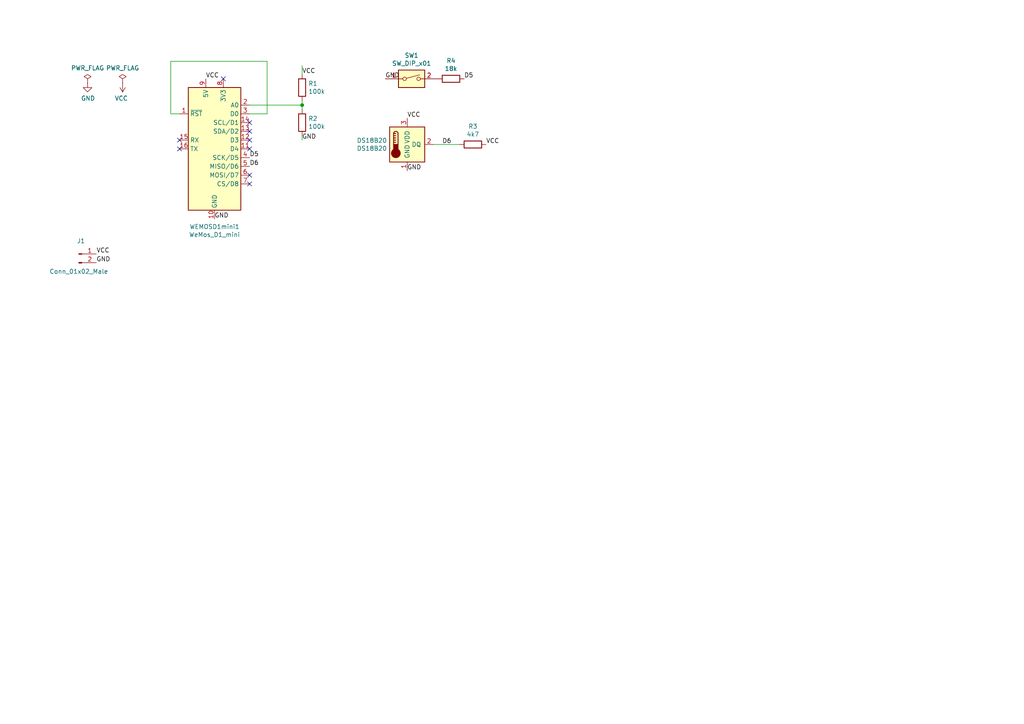
<source format=kicad_sch>
(kicad_sch (version 20211123) (generator eeschema)

  (uuid cf098b4e-0a1f-46ea-99fb-897f3533cf5d)

  (paper "A4")

  (title_block
    (title "MQTemp temperature sensor")
    (date "2022-08-11")
    (rev "2.0")
    (company "Mark")
    (comment 1 "Also measures input voltage (dividing it by 2 first)")
    (comment 2 "Reads onewire DS18B20 temperature sensor")
  )

  (lib_symbols
    (symbol "Connector:Conn_01x02_Male" (pin_names (offset 1.016) hide) (in_bom yes) (on_board yes)
      (property "Reference" "J" (id 0) (at 0 2.54 0)
        (effects (font (size 1.27 1.27)))
      )
      (property "Value" "Conn_01x02_Male" (id 1) (at 0 -5.08 0)
        (effects (font (size 1.27 1.27)))
      )
      (property "Footprint" "" (id 2) (at 0 0 0)
        (effects (font (size 1.27 1.27)) hide)
      )
      (property "Datasheet" "~" (id 3) (at 0 0 0)
        (effects (font (size 1.27 1.27)) hide)
      )
      (property "ki_keywords" "connector" (id 4) (at 0 0 0)
        (effects (font (size 1.27 1.27)) hide)
      )
      (property "ki_description" "Generic connector, single row, 01x02, script generated (kicad-library-utils/schlib/autogen/connector/)" (id 5) (at 0 0 0)
        (effects (font (size 1.27 1.27)) hide)
      )
      (property "ki_fp_filters" "Connector*:*_1x??_*" (id 6) (at 0 0 0)
        (effects (font (size 1.27 1.27)) hide)
      )
      (symbol "Conn_01x02_Male_1_1"
        (polyline
          (pts
            (xy 1.27 -2.54)
            (xy 0.8636 -2.54)
          )
          (stroke (width 0.1524) (type default) (color 0 0 0 0))
          (fill (type none))
        )
        (polyline
          (pts
            (xy 1.27 0)
            (xy 0.8636 0)
          )
          (stroke (width 0.1524) (type default) (color 0 0 0 0))
          (fill (type none))
        )
        (rectangle (start 0.8636 -2.413) (end 0 -2.667)
          (stroke (width 0.1524) (type default) (color 0 0 0 0))
          (fill (type outline))
        )
        (rectangle (start 0.8636 0.127) (end 0 -0.127)
          (stroke (width 0.1524) (type default) (color 0 0 0 0))
          (fill (type outline))
        )
        (pin passive line (at 5.08 0 180) (length 3.81)
          (name "Pin_1" (effects (font (size 1.27 1.27))))
          (number "1" (effects (font (size 1.27 1.27))))
        )
        (pin passive line (at 5.08 -2.54 180) (length 3.81)
          (name "Pin_2" (effects (font (size 1.27 1.27))))
          (number "2" (effects (font (size 1.27 1.27))))
        )
      )
    )
    (symbol "Device:R" (pin_numbers hide) (pin_names (offset 0)) (in_bom yes) (on_board yes)
      (property "Reference" "R" (id 0) (at 2.032 0 90)
        (effects (font (size 1.27 1.27)))
      )
      (property "Value" "R" (id 1) (at 0 0 90)
        (effects (font (size 1.27 1.27)))
      )
      (property "Footprint" "" (id 2) (at -1.778 0 90)
        (effects (font (size 1.27 1.27)) hide)
      )
      (property "Datasheet" "~" (id 3) (at 0 0 0)
        (effects (font (size 1.27 1.27)) hide)
      )
      (property "ki_keywords" "R res resistor" (id 4) (at 0 0 0)
        (effects (font (size 1.27 1.27)) hide)
      )
      (property "ki_description" "Resistor" (id 5) (at 0 0 0)
        (effects (font (size 1.27 1.27)) hide)
      )
      (property "ki_fp_filters" "R_*" (id 6) (at 0 0 0)
        (effects (font (size 1.27 1.27)) hide)
      )
      (symbol "R_0_1"
        (rectangle (start -1.016 -2.54) (end 1.016 2.54)
          (stroke (width 0.254) (type default) (color 0 0 0 0))
          (fill (type none))
        )
      )
      (symbol "R_1_1"
        (pin passive line (at 0 3.81 270) (length 1.27)
          (name "~" (effects (font (size 1.27 1.27))))
          (number "1" (effects (font (size 1.27 1.27))))
        )
        (pin passive line (at 0 -3.81 90) (length 1.27)
          (name "~" (effects (font (size 1.27 1.27))))
          (number "2" (effects (font (size 1.27 1.27))))
        )
      )
    )
    (symbol "MCU_Module:WeMos_D1_mini" (in_bom yes) (on_board yes)
      (property "Reference" "U" (id 0) (at 3.81 19.05 0)
        (effects (font (size 1.27 1.27)) (justify left))
      )
      (property "Value" "WeMos_D1_mini" (id 1) (at 1.27 -19.05 0)
        (effects (font (size 1.27 1.27)) (justify left))
      )
      (property "Footprint" "Module:WEMOS_D1_mini_light" (id 2) (at 0 -29.21 0)
        (effects (font (size 1.27 1.27)) hide)
      )
      (property "Datasheet" "https://wiki.wemos.cc/products:d1:d1_mini#documentation" (id 3) (at -46.99 -29.21 0)
        (effects (font (size 1.27 1.27)) hide)
      )
      (property "ki_keywords" "ESP8266 WiFi microcontroller ESP8266EX" (id 4) (at 0 0 0)
        (effects (font (size 1.27 1.27)) hide)
      )
      (property "ki_description" "32-bit microcontroller module with WiFi" (id 5) (at 0 0 0)
        (effects (font (size 1.27 1.27)) hide)
      )
      (property "ki_fp_filters" "WEMOS*D1*mini*" (id 6) (at 0 0 0)
        (effects (font (size 1.27 1.27)) hide)
      )
      (symbol "WeMos_D1_mini_1_1"
        (rectangle (start -7.62 17.78) (end 7.62 -17.78)
          (stroke (width 0.254) (type default) (color 0 0 0 0))
          (fill (type background))
        )
        (pin input line (at -10.16 10.16 0) (length 2.54)
          (name "~{RST}" (effects (font (size 1.27 1.27))))
          (number "1" (effects (font (size 1.27 1.27))))
        )
        (pin power_in line (at 0 -20.32 90) (length 2.54)
          (name "GND" (effects (font (size 1.27 1.27))))
          (number "10" (effects (font (size 1.27 1.27))))
        )
        (pin bidirectional line (at 10.16 0 180) (length 2.54)
          (name "D4" (effects (font (size 1.27 1.27))))
          (number "11" (effects (font (size 1.27 1.27))))
        )
        (pin bidirectional line (at 10.16 2.54 180) (length 2.54)
          (name "D3" (effects (font (size 1.27 1.27))))
          (number "12" (effects (font (size 1.27 1.27))))
        )
        (pin bidirectional line (at 10.16 5.08 180) (length 2.54)
          (name "SDA/D2" (effects (font (size 1.27 1.27))))
          (number "13" (effects (font (size 1.27 1.27))))
        )
        (pin bidirectional line (at 10.16 7.62 180) (length 2.54)
          (name "SCL/D1" (effects (font (size 1.27 1.27))))
          (number "14" (effects (font (size 1.27 1.27))))
        )
        (pin input line (at -10.16 2.54 0) (length 2.54)
          (name "RX" (effects (font (size 1.27 1.27))))
          (number "15" (effects (font (size 1.27 1.27))))
        )
        (pin output line (at -10.16 0 0) (length 2.54)
          (name "TX" (effects (font (size 1.27 1.27))))
          (number "16" (effects (font (size 1.27 1.27))))
        )
        (pin input line (at 10.16 12.7 180) (length 2.54)
          (name "A0" (effects (font (size 1.27 1.27))))
          (number "2" (effects (font (size 1.27 1.27))))
        )
        (pin bidirectional line (at 10.16 10.16 180) (length 2.54)
          (name "D0" (effects (font (size 1.27 1.27))))
          (number "3" (effects (font (size 1.27 1.27))))
        )
        (pin bidirectional line (at 10.16 -2.54 180) (length 2.54)
          (name "SCK/D5" (effects (font (size 1.27 1.27))))
          (number "4" (effects (font (size 1.27 1.27))))
        )
        (pin bidirectional line (at 10.16 -5.08 180) (length 2.54)
          (name "MISO/D6" (effects (font (size 1.27 1.27))))
          (number "5" (effects (font (size 1.27 1.27))))
        )
        (pin bidirectional line (at 10.16 -7.62 180) (length 2.54)
          (name "MOSI/D7" (effects (font (size 1.27 1.27))))
          (number "6" (effects (font (size 1.27 1.27))))
        )
        (pin bidirectional line (at 10.16 -10.16 180) (length 2.54)
          (name "CS/D8" (effects (font (size 1.27 1.27))))
          (number "7" (effects (font (size 1.27 1.27))))
        )
        (pin power_out line (at 2.54 20.32 270) (length 2.54)
          (name "3V3" (effects (font (size 1.27 1.27))))
          (number "8" (effects (font (size 1.27 1.27))))
        )
        (pin power_in line (at -2.54 20.32 270) (length 2.54)
          (name "5V" (effects (font (size 1.27 1.27))))
          (number "9" (effects (font (size 1.27 1.27))))
        )
      )
    )
    (symbol "Sensor_Temperature:DS18B20" (pin_names (offset 1.016)) (in_bom yes) (on_board yes)
      (property "Reference" "U" (id 0) (at -3.81 6.35 0)
        (effects (font (size 1.27 1.27)))
      )
      (property "Value" "DS18B20" (id 1) (at 6.35 6.35 0)
        (effects (font (size 1.27 1.27)))
      )
      (property "Footprint" "Package_TO_SOT_THT:TO-92_Inline" (id 2) (at -25.4 -6.35 0)
        (effects (font (size 1.27 1.27)) hide)
      )
      (property "Datasheet" "http://datasheets.maximintegrated.com/en/ds/DS18B20.pdf" (id 3) (at -3.81 6.35 0)
        (effects (font (size 1.27 1.27)) hide)
      )
      (property "ki_keywords" "OneWire 1Wire Dallas Maxim" (id 4) (at 0 0 0)
        (effects (font (size 1.27 1.27)) hide)
      )
      (property "ki_description" "Programmable Resolution 1-Wire Digital Thermometer TO-92" (id 5) (at 0 0 0)
        (effects (font (size 1.27 1.27)) hide)
      )
      (property "ki_fp_filters" "TO*92*" (id 6) (at 0 0 0)
        (effects (font (size 1.27 1.27)) hide)
      )
      (symbol "DS18B20_0_1"
        (rectangle (start -5.08 5.08) (end 5.08 -5.08)
          (stroke (width 0.254) (type default) (color 0 0 0 0))
          (fill (type background))
        )
        (circle (center -3.302 -2.54) (radius 1.27)
          (stroke (width 0.254) (type default) (color 0 0 0 0))
          (fill (type outline))
        )
        (rectangle (start -2.667 -1.905) (end -3.937 0)
          (stroke (width 0.254) (type default) (color 0 0 0 0))
          (fill (type outline))
        )
        (arc (start -2.667 3.175) (mid -3.302 3.81) (end -3.937 3.175)
          (stroke (width 0.254) (type default) (color 0 0 0 0))
          (fill (type none))
        )
        (polyline
          (pts
            (xy -3.937 0.635)
            (xy -3.302 0.635)
          )
          (stroke (width 0.254) (type default) (color 0 0 0 0))
          (fill (type none))
        )
        (polyline
          (pts
            (xy -3.937 1.27)
            (xy -3.302 1.27)
          )
          (stroke (width 0.254) (type default) (color 0 0 0 0))
          (fill (type none))
        )
        (polyline
          (pts
            (xy -3.937 1.905)
            (xy -3.302 1.905)
          )
          (stroke (width 0.254) (type default) (color 0 0 0 0))
          (fill (type none))
        )
        (polyline
          (pts
            (xy -3.937 2.54)
            (xy -3.302 2.54)
          )
          (stroke (width 0.254) (type default) (color 0 0 0 0))
          (fill (type none))
        )
        (polyline
          (pts
            (xy -3.937 3.175)
            (xy -3.937 0)
          )
          (stroke (width 0.254) (type default) (color 0 0 0 0))
          (fill (type none))
        )
        (polyline
          (pts
            (xy -3.937 3.175)
            (xy -3.302 3.175)
          )
          (stroke (width 0.254) (type default) (color 0 0 0 0))
          (fill (type none))
        )
        (polyline
          (pts
            (xy -2.667 3.175)
            (xy -2.667 0)
          )
          (stroke (width 0.254) (type default) (color 0 0 0 0))
          (fill (type none))
        )
      )
      (symbol "DS18B20_1_1"
        (pin power_in line (at 0 -7.62 90) (length 2.54)
          (name "GND" (effects (font (size 1.27 1.27))))
          (number "1" (effects (font (size 1.27 1.27))))
        )
        (pin bidirectional line (at 7.62 0 180) (length 2.54)
          (name "DQ" (effects (font (size 1.27 1.27))))
          (number "2" (effects (font (size 1.27 1.27))))
        )
        (pin power_in line (at 0 7.62 270) (length 2.54)
          (name "VDD" (effects (font (size 1.27 1.27))))
          (number "3" (effects (font (size 1.27 1.27))))
        )
      )
    )
    (symbol "Switch:SW_DIP_x01" (pin_names (offset 0) hide) (in_bom yes) (on_board yes)
      (property "Reference" "SW" (id 0) (at 0 3.81 0)
        (effects (font (size 1.27 1.27)))
      )
      (property "Value" "SW_DIP_x01" (id 1) (at 0 -3.81 0)
        (effects (font (size 1.27 1.27)))
      )
      (property "Footprint" "" (id 2) (at 0 0 0)
        (effects (font (size 1.27 1.27)) hide)
      )
      (property "Datasheet" "~" (id 3) (at 0 0 0)
        (effects (font (size 1.27 1.27)) hide)
      )
      (property "ki_keywords" "dip switch" (id 4) (at 0 0 0)
        (effects (font (size 1.27 1.27)) hide)
      )
      (property "ki_description" "1x DIP Switch, Single Pole Single Throw (SPST) switch, small symbol" (id 5) (at 0 0 0)
        (effects (font (size 1.27 1.27)) hide)
      )
      (property "ki_fp_filters" "SW?DIP?x1*" (id 6) (at 0 0 0)
        (effects (font (size 1.27 1.27)) hide)
      )
      (symbol "SW_DIP_x01_0_0"
        (circle (center -2.032 0) (radius 0.508)
          (stroke (width 0) (type default) (color 0 0 0 0))
          (fill (type none))
        )
        (polyline
          (pts
            (xy -1.524 0.127)
            (xy 2.3622 1.1684)
          )
          (stroke (width 0) (type default) (color 0 0 0 0))
          (fill (type none))
        )
        (circle (center 2.032 0) (radius 0.508)
          (stroke (width 0) (type default) (color 0 0 0 0))
          (fill (type none))
        )
      )
      (symbol "SW_DIP_x01_0_1"
        (rectangle (start -3.81 2.54) (end 3.81 -2.54)
          (stroke (width 0.254) (type default) (color 0 0 0 0))
          (fill (type background))
        )
      )
      (symbol "SW_DIP_x01_1_1"
        (pin passive line (at -7.62 0 0) (length 5.08)
          (name "~" (effects (font (size 1.27 1.27))))
          (number "1" (effects (font (size 1.27 1.27))))
        )
        (pin passive line (at 7.62 0 180) (length 5.08)
          (name "~" (effects (font (size 1.27 1.27))))
          (number "2" (effects (font (size 1.27 1.27))))
        )
      )
    )
    (symbol "power:GND" (power) (pin_names (offset 0)) (in_bom yes) (on_board yes)
      (property "Reference" "#PWR" (id 0) (at 0 -6.35 0)
        (effects (font (size 1.27 1.27)) hide)
      )
      (property "Value" "GND" (id 1) (at 0 -3.81 0)
        (effects (font (size 1.27 1.27)))
      )
      (property "Footprint" "" (id 2) (at 0 0 0)
        (effects (font (size 1.27 1.27)) hide)
      )
      (property "Datasheet" "" (id 3) (at 0 0 0)
        (effects (font (size 1.27 1.27)) hide)
      )
      (property "ki_keywords" "power-flag" (id 4) (at 0 0 0)
        (effects (font (size 1.27 1.27)) hide)
      )
      (property "ki_description" "Power symbol creates a global label with name \"GND\" , ground" (id 5) (at 0 0 0)
        (effects (font (size 1.27 1.27)) hide)
      )
      (symbol "GND_0_1"
        (polyline
          (pts
            (xy 0 0)
            (xy 0 -1.27)
            (xy 1.27 -1.27)
            (xy 0 -2.54)
            (xy -1.27 -1.27)
            (xy 0 -1.27)
          )
          (stroke (width 0) (type default) (color 0 0 0 0))
          (fill (type none))
        )
      )
      (symbol "GND_1_1"
        (pin power_in line (at 0 0 270) (length 0) hide
          (name "GND" (effects (font (size 1.27 1.27))))
          (number "1" (effects (font (size 1.27 1.27))))
        )
      )
    )
    (symbol "power:PWR_FLAG" (power) (pin_numbers hide) (pin_names (offset 0) hide) (in_bom yes) (on_board yes)
      (property "Reference" "#FLG" (id 0) (at 0 1.905 0)
        (effects (font (size 1.27 1.27)) hide)
      )
      (property "Value" "PWR_FLAG" (id 1) (at 0 3.81 0)
        (effects (font (size 1.27 1.27)))
      )
      (property "Footprint" "" (id 2) (at 0 0 0)
        (effects (font (size 1.27 1.27)) hide)
      )
      (property "Datasheet" "~" (id 3) (at 0 0 0)
        (effects (font (size 1.27 1.27)) hide)
      )
      (property "ki_keywords" "power-flag" (id 4) (at 0 0 0)
        (effects (font (size 1.27 1.27)) hide)
      )
      (property "ki_description" "Special symbol for telling ERC where power comes from" (id 5) (at 0 0 0)
        (effects (font (size 1.27 1.27)) hide)
      )
      (symbol "PWR_FLAG_0_0"
        (pin power_out line (at 0 0 90) (length 0)
          (name "pwr" (effects (font (size 1.27 1.27))))
          (number "1" (effects (font (size 1.27 1.27))))
        )
      )
      (symbol "PWR_FLAG_0_1"
        (polyline
          (pts
            (xy 0 0)
            (xy 0 1.27)
            (xy -1.016 1.905)
            (xy 0 2.54)
            (xy 1.016 1.905)
            (xy 0 1.27)
          )
          (stroke (width 0) (type default) (color 0 0 0 0))
          (fill (type none))
        )
      )
    )
    (symbol "power:VCC" (power) (pin_names (offset 0)) (in_bom yes) (on_board yes)
      (property "Reference" "#PWR" (id 0) (at 0 -3.81 0)
        (effects (font (size 1.27 1.27)) hide)
      )
      (property "Value" "VCC" (id 1) (at 0 3.81 0)
        (effects (font (size 1.27 1.27)))
      )
      (property "Footprint" "" (id 2) (at 0 0 0)
        (effects (font (size 1.27 1.27)) hide)
      )
      (property "Datasheet" "" (id 3) (at 0 0 0)
        (effects (font (size 1.27 1.27)) hide)
      )
      (property "ki_keywords" "power-flag" (id 4) (at 0 0 0)
        (effects (font (size 1.27 1.27)) hide)
      )
      (property "ki_description" "Power symbol creates a global label with name \"VCC\"" (id 5) (at 0 0 0)
        (effects (font (size 1.27 1.27)) hide)
      )
      (symbol "VCC_0_1"
        (polyline
          (pts
            (xy -0.762 1.27)
            (xy 0 2.54)
          )
          (stroke (width 0) (type default) (color 0 0 0 0))
          (fill (type none))
        )
        (polyline
          (pts
            (xy 0 0)
            (xy 0 2.54)
          )
          (stroke (width 0) (type default) (color 0 0 0 0))
          (fill (type none))
        )
        (polyline
          (pts
            (xy 0 2.54)
            (xy 0.762 1.27)
          )
          (stroke (width 0) (type default) (color 0 0 0 0))
          (fill (type none))
        )
      )
      (symbol "VCC_1_1"
        (pin power_in line (at 0 0 90) (length 0) hide
          (name "VCC" (effects (font (size 1.27 1.27))))
          (number "1" (effects (font (size 1.27 1.27))))
        )
      )
    )
  )

  (junction (at 87.63 30.48) (diameter 0) (color 0 0 0 0)
    (uuid e7554dcb-a04d-4cdf-81f2-a02df8e3802c)
  )

  (no_connect (at 72.39 53.34) (uuid 0a147bf0-e592-4d03-b977-cf9675e35edb))
  (no_connect (at 52.07 43.18) (uuid 1fbf0508-63aa-45b9-a31c-53db09dbf1b3))
  (no_connect (at 72.39 43.18) (uuid 3400845b-bf2d-4783-9f47-54210b187c55))
  (no_connect (at 72.39 35.56) (uuid 5d4b3362-19d0-4aac-9d4c-e2fc85ab86e4))
  (no_connect (at 72.39 38.1) (uuid 8905ccbe-8224-4a79-b20d-40d457b30fd0))
  (no_connect (at 52.07 40.64) (uuid bd5c9a09-ed2e-4900-8f6d-cc38f12ccc7d))
  (no_connect (at 64.77 22.86) (uuid bfa53ada-acc4-4d24-ac66-f61e05a510f6))
  (no_connect (at 72.39 50.8) (uuid c5e21687-57bc-4dad-98ae-b9336f17eb07))
  (no_connect (at 72.39 40.64) (uuid e44e6d29-b13b-48a5-a75d-d33822ff5892))

  (wire (pts (xy 72.39 30.48) (xy 87.63 30.48))
    (stroke (width 0) (type default) (color 0 0 0 0))
    (uuid 16fdd7c7-cfb6-4a9a-b3ee-167dbd2a061e)
  )
  (wire (pts (xy 87.63 30.48) (xy 87.63 31.75))
    (stroke (width 0) (type default) (color 0 0 0 0))
    (uuid 2674493b-0d83-414d-9ffb-60f1061095b0)
  )
  (wire (pts (xy 49.53 17.78) (xy 49.53 33.02))
    (stroke (width 0) (type default) (color 0 0 0 0))
    (uuid 503fcb1a-5889-4468-9c7d-002548de9488)
  )
  (wire (pts (xy 125.73 41.91) (xy 133.35 41.91))
    (stroke (width 0) (type default) (color 0 0 0 0))
    (uuid 57fd94a6-95b3-4723-ac2d-4708cd0fc2b3)
  )
  (wire (pts (xy 49.53 33.02) (xy 52.07 33.02))
    (stroke (width 0) (type default) (color 0 0 0 0))
    (uuid 6dbb2136-3a60-4f95-a0d5-cad8207c2a12)
  )
  (wire (pts (xy 87.63 29.21) (xy 87.63 30.48))
    (stroke (width 0) (type default) (color 0 0 0 0))
    (uuid 7a68647e-e6d2-49d7-b414-4835c4b6d3e9)
  )
  (wire (pts (xy 77.47 17.78) (xy 49.53 17.78))
    (stroke (width 0) (type default) (color 0 0 0 0))
    (uuid 872bc79b-fba0-482a-aaec-7158f4d25f29)
  )
  (wire (pts (xy 77.47 33.02) (xy 77.47 17.78))
    (stroke (width 0) (type default) (color 0 0 0 0))
    (uuid 8743ae4a-2f73-4019-9003-33f943146e22)
  )
  (wire (pts (xy 72.39 33.02) (xy 77.47 33.02))
    (stroke (width 0) (type default) (color 0 0 0 0))
    (uuid b3b97581-f268-43e8-871b-1f15d5e18a8c)
  )
  (wire (pts (xy 87.63 39.37) (xy 87.63 40.64))
    (stroke (width 0) (type default) (color 0 0 0 0))
    (uuid f23f9c55-ae51-4a50-b714-df2c4b5f295a)
  )
  (wire (pts (xy 87.63 21.59) (xy 87.63 19.05))
    (stroke (width 0) (type default) (color 0 0 0 0))
    (uuid ff92a9a3-24b7-47c5-aac6-cc9214547d1e)
  )

  (label "D6" (at 128.27 41.91 0)
    (effects (font (size 1.27 1.27)) (justify left bottom))
    (uuid 07424300-2b3e-40da-b507-10118341947c)
  )
  (label "VCC" (at 87.63 21.59 0)
    (effects (font (size 1.27 1.27)) (justify left bottom))
    (uuid 158eba08-cbe3-4c32-9115-aec848827953)
  )
  (label "VCC" (at 140.97 41.91 0)
    (effects (font (size 1.27 1.27)) (justify left bottom))
    (uuid 1f987987-e9f2-4f11-8d53-18ab6daf0f4c)
  )
  (label "GND" (at 87.63 40.64 0)
    (effects (font (size 1.27 1.27)) (justify left bottom))
    (uuid 32d6b1ce-d5d0-4458-951d-f6d7b7dbe19a)
  )
  (label "GND" (at 62.23 63.5 0)
    (effects (font (size 1.27 1.27)) (justify left bottom))
    (uuid 3a2bb674-42f7-4456-acbe-0f118d84e614)
  )
  (label "D5" (at 134.62 22.86 0)
    (effects (font (size 1.27 1.27)) (justify left bottom))
    (uuid 40df2778-d2cc-46ea-b4ab-6b4187a94d81)
  )
  (label "GND" (at 111.76 22.86 0)
    (effects (font (size 1.27 1.27)) (justify left bottom))
    (uuid 6bda6a9c-6be7-4d0f-bc72-e711b8e2bf05)
  )
  (label "D6" (at 72.39 48.26 0)
    (effects (font (size 1.27 1.27)) (justify left bottom))
    (uuid 762a3bda-97fa-4285-ac48-2d1acf4c0cc7)
  )
  (label "VCC" (at 118.11 34.29 0)
    (effects (font (size 1.27 1.27)) (justify left bottom))
    (uuid 8df08908-39f3-4b2b-bbbb-d996e61f32b9)
  )
  (label "GND" (at 118.11 49.53 0)
    (effects (font (size 1.27 1.27)) (justify left bottom))
    (uuid b8b10171-d15a-4eb0-b59a-31353ac2ff9a)
  )
  (label "GND" (at 27.94 76.2 0)
    (effects (font (size 1.27 1.27)) (justify left bottom))
    (uuid bc64927e-e7f6-4901-8e79-3ec928185bac)
  )
  (label "D5" (at 72.39 45.72 0)
    (effects (font (size 1.27 1.27)) (justify left bottom))
    (uuid c946669d-cb87-450c-bee7-ae3ab7dc0d3b)
  )
  (label "VCC" (at 59.69 22.86 0)
    (effects (font (size 1.27 1.27)) (justify left bottom))
    (uuid ddffbb73-69be-411d-98ee-15c09ba14505)
  )
  (label "VCC" (at 27.94 73.66 0)
    (effects (font (size 1.27 1.27)) (justify left bottom))
    (uuid f3963390-757c-4a2c-9369-713d28b29844)
  )

  (symbol (lib_id "power:VCC") (at 35.56 24.13 180) (unit 1)
    (in_bom yes) (on_board yes)
    (uuid 00000000-0000-0000-0000-000062f4b371)
    (property "Reference" "#PWR0102" (id 0) (at 35.56 20.32 0)
      (effects (font (size 1.27 1.27)) hide)
    )
    (property "Value" "VCC" (id 1) (at 35.179 28.5242 0))
    (property "Footprint" "" (id 2) (at 35.56 24.13 0)
      (effects (font (size 1.27 1.27)) hide)
    )
    (property "Datasheet" "" (id 3) (at 35.56 24.13 0)
      (effects (font (size 1.27 1.27)) hide)
    )
    (pin "1" (uuid 516b59f3-8c66-4b50-b279-84d64b7f8a30))
  )

  (symbol (lib_id "power:PWR_FLAG") (at 25.4 24.13 0) (unit 1)
    (in_bom yes) (on_board yes)
    (uuid 00000000-0000-0000-0000-000062f4bc37)
    (property "Reference" "#FLG0101" (id 0) (at 25.4 22.225 0)
      (effects (font (size 1.27 1.27)) hide)
    )
    (property "Value" "PWR_FLAG" (id 1) (at 25.4 19.7358 0))
    (property "Footprint" "" (id 2) (at 25.4 24.13 0)
      (effects (font (size 1.27 1.27)) hide)
    )
    (property "Datasheet" "~" (id 3) (at 25.4 24.13 0)
      (effects (font (size 1.27 1.27)) hide)
    )
    (pin "1" (uuid c3f024cc-0e39-46fe-b449-b79fa81d05cf))
  )

  (symbol (lib_id "power:PWR_FLAG") (at 35.56 24.13 0) (unit 1)
    (in_bom yes) (on_board yes)
    (uuid 00000000-0000-0000-0000-000062f4cd83)
    (property "Reference" "#FLG0102" (id 0) (at 35.56 22.225 0)
      (effects (font (size 1.27 1.27)) hide)
    )
    (property "Value" "PWR_FLAG" (id 1) (at 35.56 19.7358 0))
    (property "Footprint" "" (id 2) (at 35.56 24.13 0)
      (effects (font (size 1.27 1.27)) hide)
    )
    (property "Datasheet" "~" (id 3) (at 35.56 24.13 0)
      (effects (font (size 1.27 1.27)) hide)
    )
    (pin "1" (uuid 9a62d453-1ea1-4cf5-8d18-246f578c9da0))
  )

  (symbol (lib_id "Device:R") (at 87.63 25.4 0) (unit 1)
    (in_bom yes) (on_board yes)
    (uuid 00000000-0000-0000-0000-000062f4efb9)
    (property "Reference" "R1" (id 0) (at 89.408 24.2316 0)
      (effects (font (size 1.27 1.27)) (justify left))
    )
    (property "Value" "100k" (id 1) (at 89.408 26.543 0)
      (effects (font (size 1.27 1.27)) (justify left))
    )
    (property "Footprint" "Resistor_THT:R_Axial_DIN0207_L6.3mm_D2.5mm_P10.16mm_Horizontal" (id 2) (at 85.852 25.4 90)
      (effects (font (size 1.27 1.27)) hide)
    )
    (property "Datasheet" "~" (id 3) (at 87.63 25.4 0)
      (effects (font (size 1.27 1.27)) hide)
    )
    (pin "1" (uuid 502b7579-6405-45b9-ba40-fc39a28d35ff))
    (pin "2" (uuid 7ab0f705-3671-46a0-b30f-bfae5334134b))
  )

  (symbol (lib_id "power:GND") (at 25.4 24.13 0) (unit 1)
    (in_bom yes) (on_board yes)
    (uuid 00000000-0000-0000-0000-000062f503f9)
    (property "Reference" "#PWR0101" (id 0) (at 25.4 30.48 0)
      (effects (font (size 1.27 1.27)) hide)
    )
    (property "Value" "GND" (id 1) (at 25.527 28.5242 0))
    (property "Footprint" "" (id 2) (at 25.4 24.13 0)
      (effects (font (size 1.27 1.27)) hide)
    )
    (property "Datasheet" "" (id 3) (at 25.4 24.13 0)
      (effects (font (size 1.27 1.27)) hide)
    )
    (pin "1" (uuid b4578c5e-c077-417d-8216-d7d0294ccf79))
  )

  (symbol (lib_id "Device:R") (at 87.63 35.56 0) (unit 1)
    (in_bom yes) (on_board yes)
    (uuid 00000000-0000-0000-0000-000062f508a0)
    (property "Reference" "R2" (id 0) (at 89.408 34.3916 0)
      (effects (font (size 1.27 1.27)) (justify left))
    )
    (property "Value" "100k" (id 1) (at 89.408 36.703 0)
      (effects (font (size 1.27 1.27)) (justify left))
    )
    (property "Footprint" "Resistor_THT:R_Axial_DIN0207_L6.3mm_D2.5mm_P10.16mm_Horizontal" (id 2) (at 85.852 35.56 90)
      (effects (font (size 1.27 1.27)) hide)
    )
    (property "Datasheet" "~" (id 3) (at 87.63 35.56 0)
      (effects (font (size 1.27 1.27)) hide)
    )
    (pin "1" (uuid 0fcbde9f-cb6d-423b-a73d-ec76f41122e3))
    (pin "2" (uuid 7463225f-28d0-49c0-a37a-443c0a7e9efb))
  )

  (symbol (lib_id "Device:R") (at 137.16 41.91 270) (unit 1)
    (in_bom yes) (on_board yes)
    (uuid 00000000-0000-0000-0000-000062f50d76)
    (property "Reference" "R3" (id 0) (at 137.16 36.6522 90))
    (property "Value" "4k7" (id 1) (at 137.16 38.9636 90))
    (property "Footprint" "Resistor_THT:R_Axial_DIN0207_L6.3mm_D2.5mm_P10.16mm_Horizontal" (id 2) (at 137.16 40.132 90)
      (effects (font (size 1.27 1.27)) hide)
    )
    (property "Datasheet" "~" (id 3) (at 137.16 41.91 0)
      (effects (font (size 1.27 1.27)) hide)
    )
    (pin "1" (uuid 01b1323b-3793-4181-b8c9-81d0b20474ba))
    (pin "2" (uuid e0524da7-d02c-418e-995b-a4ded58f0d52))
  )

  (symbol (lib_id "Device:R") (at 130.81 22.86 270) (unit 1)
    (in_bom yes) (on_board yes)
    (uuid 00000000-0000-0000-0000-000062f51351)
    (property "Reference" "R4" (id 0) (at 130.81 17.6022 90))
    (property "Value" "18k" (id 1) (at 130.81 19.9136 90))
    (property "Footprint" "Resistor_THT:R_Axial_DIN0207_L6.3mm_D2.5mm_P10.16mm_Horizontal" (id 2) (at 130.81 21.082 90)
      (effects (font (size 1.27 1.27)) hide)
    )
    (property "Datasheet" "~" (id 3) (at 130.81 22.86 0)
      (effects (font (size 1.27 1.27)) hide)
    )
    (pin "1" (uuid dc5658f8-0eb2-4eee-af5d-cf5cfcb948ef))
    (pin "2" (uuid 97878848-f40e-4fb8-b7d0-88c02058b784))
  )

  (symbol (lib_id "Switch:SW_DIP_x01") (at 119.38 22.86 0) (unit 1)
    (in_bom yes) (on_board yes)
    (uuid 00000000-0000-0000-0000-000062f51c54)
    (property "Reference" "SW1" (id 0) (at 119.38 16.0782 0))
    (property "Value" "SW_DIP_x01" (id 1) (at 119.38 18.3896 0))
    (property "Footprint" "Button_Switch_THT:SW_DIP_SPSTx01_Slide_9.78x4.72mm_W7.62mm_P2.54mm" (id 2) (at 119.38 22.86 0)
      (effects (font (size 1.27 1.27)) hide)
    )
    (property "Datasheet" "~" (id 3) (at 119.38 22.86 0)
      (effects (font (size 1.27 1.27)) hide)
    )
    (pin "1" (uuid 78fb8799-2d9c-4843-b739-c92bf773a075))
    (pin "2" (uuid 05fcd569-105f-449f-97ec-14874c0901d9))
  )

  (symbol (lib_id "MCU_Module:WeMos_D1_mini") (at 62.23 43.18 0) (unit 1)
    (in_bom yes) (on_board yes)
    (uuid 00000000-0000-0000-0000-000062f528bc)
    (property "Reference" "WEMOSD1mini1" (id 0) (at 62.23 65.7606 0))
    (property "Value" "WeMos_D1_mini" (id 1) (at 62.23 68.072 0))
    (property "Footprint" "Module:WEMOS_D1_mini_light" (id 2) (at 62.23 72.39 0)
      (effects (font (size 1.27 1.27)) hide)
    )
    (property "Datasheet" "https://wiki.wemos.cc/products:d1:d1_mini#documentation" (id 3) (at 15.24 72.39 0)
      (effects (font (size 1.27 1.27)) hide)
    )
    (pin "1" (uuid c73f0aa2-db04-4d0e-abe3-e2b8f9de401a))
    (pin "10" (uuid e9b521a1-e0ad-4eec-b9c7-e08bb3316a73))
    (pin "11" (uuid 028aa7c5-6619-4757-869a-eea50aaaca5b))
    (pin "12" (uuid 8ab819e1-eae2-4e86-9d6d-9a2d92c3d172))
    (pin "13" (uuid 933df24f-5bbd-42e4-9ded-4a2eb0839775))
    (pin "14" (uuid 186b0787-f330-4d30-9691-344e0b60776f))
    (pin "15" (uuid d4e93b4e-860b-4b4b-acff-aca36c71fbfd))
    (pin "16" (uuid b87fa5c7-11cd-4598-9c70-eacb2982033a))
    (pin "2" (uuid d2f93dc1-9937-4555-9f79-870b160457b6))
    (pin "3" (uuid d5f3ac20-902c-404d-9348-d98a2499dea0))
    (pin "4" (uuid 7986eeb0-85f8-45f1-9c6f-82f1545bbfee))
    (pin "5" (uuid 02b5f756-3ac0-4fbe-843f-9c719463457c))
    (pin "6" (uuid ce1c4a70-364e-48d6-82b1-a9e6c334a286))
    (pin "7" (uuid 9188b303-75c8-4196-ad61-ad0f699b3825))
    (pin "8" (uuid 41d4f868-a8d3-49f3-8de8-cfe1d07b1126))
    (pin "9" (uuid e148fe53-c252-4764-b707-234b7a840a24))
  )

  (symbol (lib_id "Sensor_Temperature:DS18B20") (at 118.11 41.91 0) (unit 1)
    (in_bom yes) (on_board yes)
    (uuid 00000000-0000-0000-0000-000062f533bf)
    (property "Reference" "DS18B20" (id 0) (at 112.268 40.7416 0)
      (effects (font (size 1.27 1.27)) (justify right))
    )
    (property "Value" "DS18B20" (id 1) (at 112.268 43.053 0)
      (effects (font (size 1.27 1.27)) (justify right))
    )
    (property "Footprint" "Package_TO_SOT_THT:TO-92_Inline" (id 2) (at 92.71 48.26 0)
      (effects (font (size 1.27 1.27)) hide)
    )
    (property "Datasheet" "http://datasheets.maximintegrated.com/en/ds/DS18B20.pdf" (id 3) (at 114.3 35.56 0)
      (effects (font (size 1.27 1.27)) hide)
    )
    (pin "1" (uuid b6753d90-b41f-4af9-9d7b-c40802b2761f))
    (pin "2" (uuid 27bfe105-d35c-4a05-bcd4-8d2e0a9065e6))
    (pin "3" (uuid 566332a2-5962-43e6-a145-e62c5d3ea783))
  )

  (symbol (lib_id "Connector:Conn_01x02_Male") (at 22.86 73.66 0) (unit 1)
    (in_bom yes) (on_board yes)
    (uuid 53780b01-9002-4231-b325-caaeb774fd2a)
    (property "Reference" "J1" (id 0) (at 23.495 69.884 0))
    (property "Value" "Conn_01x02_Male" (id 1) (at 22.86 78.74 0))
    (property "Footprint" "Connector_PinHeader_2.54mm:PinHeader_1x02_P2.54mm_Vertical" (id 2) (at 22.86 73.66 0)
      (effects (font (size 1.27 1.27)) hide)
    )
    (property "Datasheet" "~" (id 3) (at 22.86 73.66 0)
      (effects (font (size 1.27 1.27)) hide)
    )
    (pin "1" (uuid b7a8ddae-b51e-42c5-a301-0cb9f4662a6a))
    (pin "2" (uuid c54045bc-931c-43ed-8730-8d56b12444f3))
  )

  (sheet_instances
    (path "/" (page "1"))
  )

  (symbol_instances
    (path "/00000000-0000-0000-0000-000062f4bc37"
      (reference "#FLG0101") (unit 1) (value "PWR_FLAG") (footprint "")
    )
    (path "/00000000-0000-0000-0000-000062f4cd83"
      (reference "#FLG0102") (unit 1) (value "PWR_FLAG") (footprint "")
    )
    (path "/00000000-0000-0000-0000-000062f503f9"
      (reference "#PWR0101") (unit 1) (value "GND") (footprint "")
    )
    (path "/00000000-0000-0000-0000-000062f4b371"
      (reference "#PWR0102") (unit 1) (value "VCC") (footprint "")
    )
    (path "/00000000-0000-0000-0000-000062f533bf"
      (reference "DS18B20") (unit 1) (value "DS18B20") (footprint "Package_TO_SOT_THT:TO-92_Inline")
    )
    (path "/53780b01-9002-4231-b325-caaeb774fd2a"
      (reference "J1") (unit 1) (value "Conn_01x02_Male") (footprint "Connector_PinHeader_2.54mm:PinHeader_1x02_P2.54mm_Vertical")
    )
    (path "/00000000-0000-0000-0000-000062f4efb9"
      (reference "R1") (unit 1) (value "100k") (footprint "Resistor_THT:R_Axial_DIN0207_L6.3mm_D2.5mm_P10.16mm_Horizontal")
    )
    (path "/00000000-0000-0000-0000-000062f508a0"
      (reference "R2") (unit 1) (value "100k") (footprint "Resistor_THT:R_Axial_DIN0207_L6.3mm_D2.5mm_P10.16mm_Horizontal")
    )
    (path "/00000000-0000-0000-0000-000062f50d76"
      (reference "R3") (unit 1) (value "4k7") (footprint "Resistor_THT:R_Axial_DIN0207_L6.3mm_D2.5mm_P10.16mm_Horizontal")
    )
    (path "/00000000-0000-0000-0000-000062f51351"
      (reference "R4") (unit 1) (value "18k") (footprint "Resistor_THT:R_Axial_DIN0207_L6.3mm_D2.5mm_P10.16mm_Horizontal")
    )
    (path "/00000000-0000-0000-0000-000062f51c54"
      (reference "SW1") (unit 1) (value "SW_DIP_x01") (footprint "Button_Switch_THT:SW_DIP_SPSTx01_Slide_9.78x4.72mm_W7.62mm_P2.54mm")
    )
    (path "/00000000-0000-0000-0000-000062f528bc"
      (reference "WEMOSD1mini1") (unit 1) (value "WeMos_D1_mini") (footprint "Module:WEMOS_D1_mini_light")
    )
  )
)

</source>
